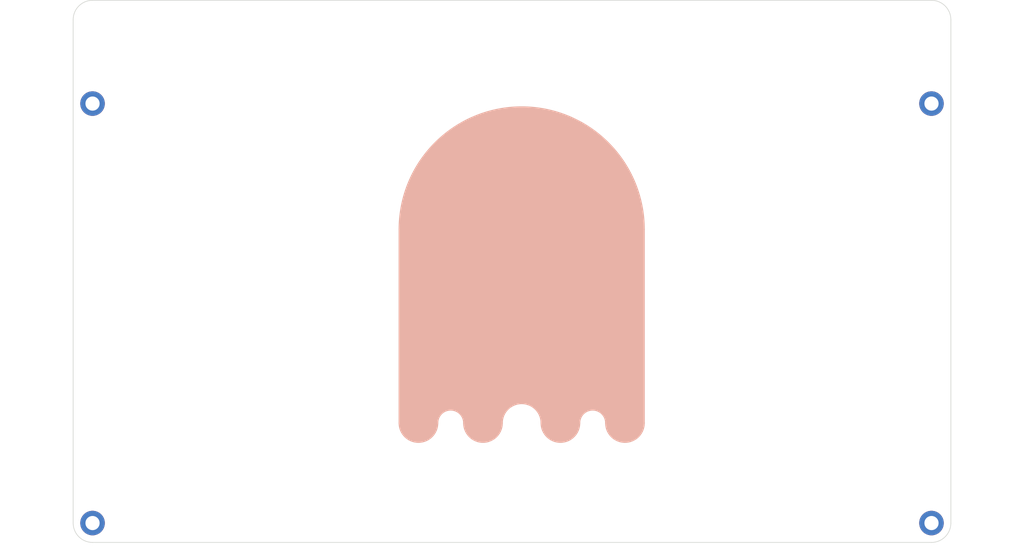
<source format=kicad_pcb>
(kicad_pcb (version 20221018) (generator pcbnew)
  (layers (0 "F.Cu" signal) (31 "B.Cu" signal) (34 "B.Paste" user) (35 "F.Paste" user) (36 "B.SilkS" user "B.Silkscreen") (37 "F.SilkS" user "F.Silkscreen") (38 "B.Mask" user) (39 "F.Mask" user) (44 "Edge.Cuts" user))
  (net 0 "")
  (footprint "MountingHole:MountingHole_2.2mm_M2_DIN965_Pad" (layer "F.Cu") (at 195.87868 66.87868)
    (fp_text reference "REF**" hide)
    (fp_text value "MountingHole_2.2mm_M2_DIN965_Pad")
    (pad "1" thru_hole circle (at 0 0) (size 3.8 3.8) (drill 2.2) (layers "*.Cu" "*.Mask"))
  )
  (footprint "MountingHole:MountingHole_2.2mm_M2_DIN965_Pad" (layer "F.Cu") (at 65.87868 131.87868)
    (fp_text reference "REF**" hide)
    (fp_text value "MountingHole_2.2mm_M2_DIN965_Pad")
    (pad "1" thru_hole circle (at 0 0) (size 3.8 3.8) (drill 2.2) (layers "*.Cu" "*.Mask"))
  )
  (footprint "MountingHole:MountingHole_2.2mm_M2_DIN965_Pad" (layer "F.Cu") (at 195.87868 131.87868)
    (fp_text reference "REF**" hide)
    (fp_text value "MountingHole_2.2mm_M2_DIN965_Pad")
    (pad "1" thru_hole circle (at 0 0) (size 3.8 3.8) (drill 2.2) (layers "*.Cu" "*.Mask"))
  )
  (footprint "MountingHole:MountingHole_2.2mm_M2_DIN965_Pad" (layer "F.Cu") (at 65.87868 66.87868)
    (fp_text reference "REF**" hide)
    (fp_text value "MountingHole_2.2mm_M2_DIN965_Pad")
    (pad "1" thru_hole circle (at 0 0) (size 3.8 3.8) (drill 2.2) (layers "*.Cu" "*.Mask"))
  )
  (gr_arc (start 119.37868 116.37868) (mid 121.37868 114.37868) (end 123.37868 116.37868) (stroke (width 0.15)) (layer "B.SilkS"))
  (gr_line (start 151.37868 86.37868) (end 151.37868 116.37868) (stroke (width 0.15)) (layer "B.SilkS"))
  (gr_circle (center 124.37868 86.37868) (end 127.37868 86.37868) (stroke (width 0.15)) (fill none) (layer "B.SilkS"))
  (gr_arc (start 141.37868 116.37868) (mid 138.37868 119.37868) (end 135.37868 116.37868) (stroke (width 0.15)) (layer "B.SilkS"))
  (gr_arc (start 129.37868 116.37868) (mid 126.37868 119.37868) (end 123.37868 116.37868) (stroke (width 0.15)) (layer "B.SilkS"))
  (gr_line (start 113.37868 86.37868) (end 113.37868 116.37868) (stroke (width 0.15)) (layer "B.SilkS"))
  (gr_arc (start 129.37868 116.37868) (mid 132.37868 113.37868) (end 135.37868 116.37868) (stroke (width 0.15)) (layer "B.SilkS"))
  (gr_arc (start 141.37868 116.37868) (mid 143.37868 114.37868) (end 145.37868 116.37868) (stroke (width 0.15)) (layer "B.SilkS"))
  (gr_arc (start 119.37868 116.37868) (mid 116.37868 119.37868) (end 113.37868 116.37868) (stroke (width 0.15)) (layer "B.SilkS"))
  (gr_arc (start 113.37868 86.37868) (mid 132.37868 67.37868) (end 151.37868 86.37868) (stroke (width 0.15)) (layer "B.SilkS"))
  (gr_arc (start 151.37868 116.37868) (mid 148.37868 119.37868) (end 145.37868 116.37868) (stroke (width 0.15)) (layer "B.SilkS"))
  (gr_circle (center 140.37868 86.37868) (end 143.37868 86.37868) (stroke (width 0.15)) (fill none) (layer "B.SilkS"))
  (gr_arc (start 62.87868 53.87868) (mid 63.75736 51.75736) (end 65.87868 50.87868) (stroke (width 0.1)) (layer "Edge.Cuts"))
  (gr_arc (start 198.87868 131.87868) (mid 198 134) (end 195.87868 134.87868) (stroke (width 0.1)) (layer "Edge.Cuts"))
  (gr_arc (start 65.87868 134.87868) (mid 63.75736 134) (end 62.87868 131.87868) (stroke (width 0.1)) (layer "Edge.Cuts"))
  (gr_arc (start 195.87868 50.87868) (mid 198 51.75736) (end 198.87868 53.87868) (stroke (width 0.1)) (layer "Edge.Cuts"))
  (gr_line (start 65.87868 134.87868) (end 195.87868 134.87868) (stroke (width 0.1)) (layer "Edge.Cuts"))
  (gr_line (start 198.87868 131.87868) (end 198.87868 53.87868) (stroke (width 0.1)) (layer "Edge.Cuts"))
  (gr_line (start 65.87868 50.87868) (end 195.87868 50.87868) (stroke (width 0.1)) (layer "Edge.Cuts"))
  (gr_line (start 62.87868 53.87868) (end 62.87868 131.87868) (stroke (width 0.1)) (layer "Edge.Cuts"))
  (zone (net 0) (net_name "") (layer "B.SilkS") (connect_pads (clearance 0.508)) (min_thickness 0.25) (fill yes (thermal_gap 0.5) (thermal_bridge_width 0.5))
    (polygon (pts (arc (start 151.37868 86.37868) (mid 132.37868 67.37868) (end 113.37868 86.37868)) (arc (start 113.37868 116.37868) (mid 116.37868 119.37868) (end 119.37868 116.37868)) (arc (start 119.37868 116.37868) (mid 121.37868 114.37868) (end 123.37868 116.37868)) (arc (start 123.37868 116.37868) (mid 126.37868 119.37868) (end 129.37868 116.37868)) (arc (start 129.37868 116.37868) (mid 132.37868 113.37868) (end 135.37868 116.37868)) (arc (start 135.37868 116.37868) (mid 138.37868 119.37868) (end 141.37868 116.37868)) (arc (start 141.37868 116.37868) (mid 143.37868 114.37868) (end 145.37868 116.37868)) (arc (start 145.37868 116.37868) (mid 148.37868 119.37868) (end 151.37868 116.37868))))
  )
  (zone (net 0) (net_name "") (layer "B.SilkS") (connect_pads (clearance 0.508)) (min_thickness 0.25) (fill yes (thermal_gap 0.5) (thermal_bridge_width 0.5))
    (polygon (pts (xy 143.37868 86.37868) (xy 143.358395 86.030401) (xy 143.297815 85.686832) (xy 143.197758 85.35262) (xy 143.059578 85.032282) (xy 142.885143 84.730153) (xy 142.676813 84.450317) (xy 142.437405 84.196559) (xy 142.170156 83.97231) (xy 141.87868 83.780604) (xy 141.566919 83.624032) (xy 141.23909 83.504711) (xy 140.899625 83.424257) (xy 140.553114 83.383756) (xy 140.204246 83.383756) (xy 139.857735 83.424257) (xy 139.51827 83.504711) (xy 139.190441 83.624032) (xy 138.87868 83.780604) (xy 138.587204 83.97231) (xy 138.319955 84.196559) (xy 138.080547 84.450317) (xy 137.872217 84.730153) (xy 137.697782 85.032282) (xy 137.559602 85.35262) (xy 137.459545 85.686832) (xy 137.398965 86.030401) (xy 137.37868 86.37868) (xy 137.398965 86.726959) (xy 137.459545 87.070528) (xy 137.559602 87.40474) (xy 137.697782 87.725078) (xy 137.872217 88.027207) (xy 138.080547 88.307043) (xy 138.319955 88.560801) (xy 138.587204 88.78505) (xy 138.87868 88.976756) (xy 139.190441 89.133328) (xy 139.51827 89.252649) (xy 139.857735 89.333103) (xy 140.204246 89.373604) (xy 140.553114 89.373604) (xy 140.899625 89.333103) (xy 141.23909 89.252649) (xy 141.566919 89.133328) (xy 141.87868 88.976756) (xy 142.170156 88.78505) (xy 142.437405 88.560801) (xy 142.676813 88.307043) (xy 142.885143 88.027207) (xy 143.059578 87.725078) (xy 143.197758 87.40474) (xy 143.297815 87.070528) (xy 143.358395 86.726959)))
  )
  (zone (net 0) (net_name "") (layer "B.SilkS") (connect_pads (clearance 0.508)) (min_thickness 0.25) (fill yes (thermal_gap 0.5) (thermal_bridge_width 0.5))
    (polygon (pts (xy 127.37868 86.37868) (xy 127.358395 86.030401) (xy 127.297815 85.686832) (xy 127.197758 85.35262) (xy 127.059578 85.032282) (xy 126.885143 84.730153) (xy 126.676813 84.450317) (xy 126.437405 84.196559) (xy 126.170156 83.97231) (xy 125.87868 83.780604) (xy 125.566919 83.624032) (xy 125.23909 83.504711) (xy 124.899625 83.424257) (xy 124.553114 83.383756) (xy 124.204246 83.383756) (xy 123.857735 83.424257) (xy 123.51827 83.504711) (xy 123.190441 83.624032) (xy 122.87868 83.780604) (xy 122.587204 83.97231) (xy 122.319955 84.196559) (xy 122.080547 84.450317) (xy 121.872217 84.730153) (xy 121.697782 85.032282) (xy 121.559602 85.35262) (xy 121.459545 85.686832) (xy 121.398965 86.030401) (xy 121.37868 86.37868) (xy 121.398965 86.726959) (xy 121.459545 87.070528) (xy 121.559602 87.40474) (xy 121.697782 87.725078) (xy 121.872217 88.027207) (xy 122.080547 88.307043) (xy 122.319955 88.560801) (xy 122.587204 88.78505) (xy 122.87868 88.976756) (xy 123.190441 89.133328) (xy 123.51827 89.252649) (xy 123.857735 89.333103) (xy 124.204246 89.373604) (xy 124.553114 89.373604) (xy 124.899625 89.333103) (xy 125.23909 89.252649) (xy 125.566919 89.133328) (xy 125.87868 88.976756) (xy 126.170156 88.78505) (xy 126.437405 88.560801) (xy 126.676813 88.307043) (xy 126.885143 88.027207) (xy 127.059578 87.725078) (xy 127.197758 87.40474) (xy 127.297815 87.070528) (xy 127.358395 86.726959)))
  )
)
</source>
